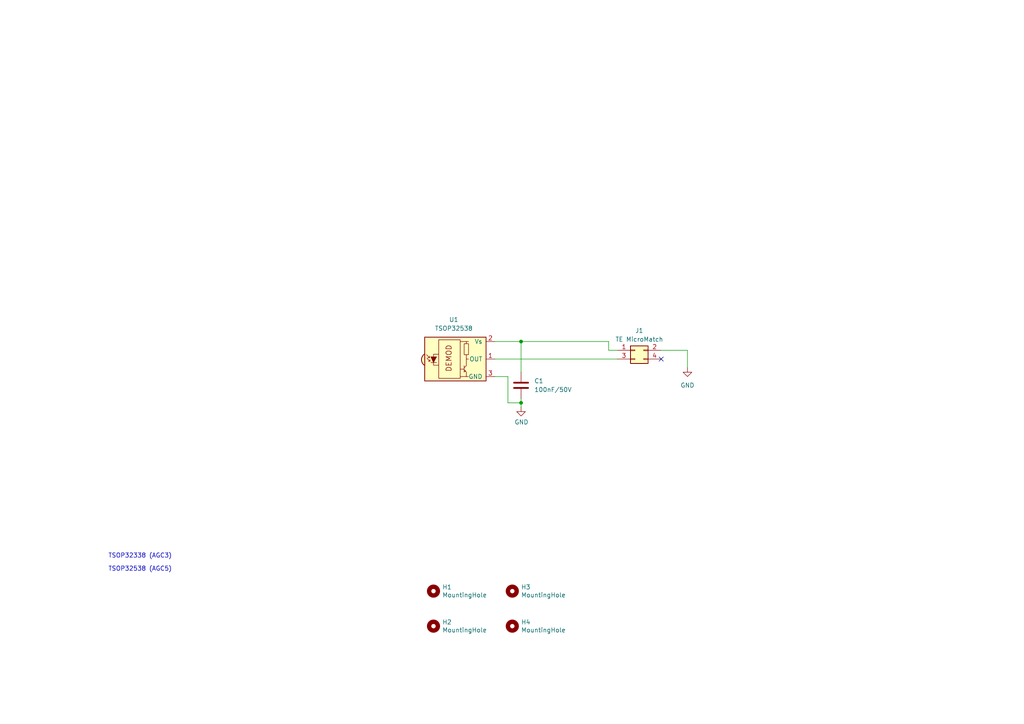
<source format=kicad_sch>
(kicad_sch (version 20231120) (generator "eeschema") (generator_version "8.0")
  (paper "A4")
  (title_block (title "IR Receiver Adapter") (date "2025-02-10") (rev "V1"))
  (lib_symbols
    (symbol "Connector_Generic:Conn_02x02_Odd_Even" (pin_names (offset 1.016) hide)
      (property "Reference" "J" (at 1.27 2.54 0))
      (property "Value" "Conn_02x02_Odd_Even" (at 1.27 -5.08 0))
      (symbol "Conn_02x02_Odd_Even_1_1"
        (rectangle (start -1.27 -2.413) (end 0 -2.667) (stroke (width 0.1524)))
        (rectangle (start -1.27 0.127) (end 0 -0.127) (stroke (width 0.1524)))
        (rectangle (start -1.27 1.27) (end 3.81 -3.81) (stroke (width 0.254)) (fill (type background)))
        (rectangle (start 3.81 -2.413) (end 2.54 -2.667) (stroke (width 0.1524)))
        (rectangle (start 3.81 0.127) (end 2.54 -0.127) (stroke (width 0.1524)))
        (pin passive line (at -5.08 0 0) (length 3.81) (name "Pin_1") (number "1"))
        (pin passive line (at 7.62 0 180) (length 3.81) (name "Pin_2") (number "2"))
        (pin passive line (at -5.08 -2.54 0) (length 3.81) (name "Pin_3") (number "3"))
        (pin passive line (at 7.62 -2.54 180) (length 3.81) (name "Pin_4") (number "4"))
      )
    )
    (symbol "Device:C" (pin_numbers hide) (pin_names (offset 0.254))
      (property "Reference" "C" (at 0.635 2.54 0))
      (property "Value" "C" (at 0.635 -2.54 0))
      (symbol "C_0_1"
        (polyline (pts (xy -2.032 -0.762) (xy 2.032 -0.762)) (stroke (width 0.508)))
        (polyline (pts (xy -2.032 0.762) (xy 2.032 0.762)) (stroke (width 0.508)))
      )
      (symbol "C_1_1"
        (pin passive line (at 0 3.81 270) (length 2.794) (name "~") (number "1"))
        (pin passive line (at 0 -3.81 90) (length 2.794) (name "~") (number "2"))
      )
    )
    (symbol "Interface_Optical:TSOP325xx" (pin_names (offset 1.016))
      (property "Reference" "U" (at -10.16 7.62 0))
      (property "Value" "TSOP325xx" (at -10.16 -7.62 0))
      (symbol "TSOP325xx_0_0"
        (arc (start -10.287 1.397) (mid -11.0899 -0.1852) (end -10.287 -1.778) (stroke (width 0.254)) (fill (type background)))
        (polyline (pts (xy 1.905 -5.08) (xy 0.127 -5.08)))
        (polyline (pts (xy 1.905 5.08) (xy 0.127 5.08)))
        (text "DEMOD" (at -3.175 0.254 900) (effects (font (size 1.524 1.524))))
      )
      (symbol "TSOP325xx_0_1"
        (rectangle (start -6.096 5.588) (end 0.127 -5.588))
        (polyline (pts (xy -8.763 0.381) (xy -9.652 1.27)))
        (polyline (pts (xy -8.763 0.381) (xy -9.271 0.381)))
        (polyline (pts (xy -8.763 0.381) (xy -8.763 0.889)))
        (polyline (pts (xy -8.636 -0.635) (xy -9.525 0.254)))
        (polyline (pts (xy -8.636 -0.635) (xy -9.144 -0.635)))
        (polyline (pts (xy -8.636 -0.635) (xy -8.636 -0.127)))
        (polyline (pts (xy -8.382 -1.016) (xy -6.731 -1.016)))
        (polyline (pts (xy 1.27 -2.921) (xy 0.127 -2.921)))
        (polyline (pts (xy 1.27 -1.905) (xy 1.27 -3.81)))
        (polyline (pts (xy 1.397 -3.556) (xy 1.524 -3.556)))
        (polyline (pts (xy 1.651 -3.556) (xy 1.524 -3.556)))
        (polyline (pts (xy 1.651 -3.556) (xy 1.651 -3.302)))
        (polyline (pts (xy 1.905 0) (xy 1.905 1.27)))
        (polyline (pts (xy 1.905 4.445) (xy 1.905 5.08) (xy 2.54 5.08)))
        (polyline (pts (xy -8.382 0.635) (xy -6.731 0.635) (xy -7.62 -1.016) (xy -8.382 0.635)) (fill (type outline)))
        (polyline (pts (xy -6.096 1.397) (xy -7.62 1.397) (xy -7.62 -1.778) (xy -6.096 -1.778)))
        (polyline (pts (xy 1.27 -3.175) (xy 1.905 -3.81) (xy 1.905 -5.08) (xy 2.54 -5.08)))
        (polyline (pts (xy 1.27 -2.54) (xy 1.905 -1.905) (xy 1.905 0) (xy 2.54 0)))
        (rectangle (start 2.54 1.27) (end 1.27 4.445))
        (rectangle (start 7.62 6.35) (end -10.16 -6.35) (stroke (width 0.254)) (fill (type background)))
      )
      (symbol "TSOP325xx_1_1"
        (pin output line (at 10.16 0 180) (length 2.54) (name "OUT") (number "1"))
        (pin power_in line (at 10.16 5.08 180) (length 2.54) (name "Vs") (number "2"))
        (pin power_in line (at 10.16 -5.08 180) (length 2.54) (name "GND") (number "3"))
      )
    )
    (symbol "Mechanical:MountingHole" (pin_names (offset 1.016)) (exclude_from_sim yes) (in_bom no)
      (property "Reference" "H" (at 0 5.08 0))
      (property "Value" "MountingHole" (at 0 3.175 0))
      (symbol "MountingHole_0_1"
        (circle (center 0 0) (radius 1.27) (stroke (width 1.27)))
      )
    )
    (symbol "power:GND" (power) (pin_names (offset 0))
      (property "Value" "GND" (at 0 -3.81 0))
      (symbol "GND_0_1"
        (polyline (pts (xy 0 0) (xy 0 -1.27) (xy 1.27 -1.27) (xy 0 -2.54) (xy -1.27 -1.27) (xy 0 -1.27)))
      )
      (symbol "GND_1_1"
        (pin power_in line (at 0 0 270) (length 0) hide (name "GND") (number "1"))
      )
    )
  )
  (junction (at 151.13 116.84))
  (junction (at 151.13 99.06))
  (no_connect (at 191.77 104.14))
  (wire (pts (xy 199.39 101.6) (xy 199.39 106.68)))
  (wire (pts (xy 147.32 116.84) (xy 151.13 116.84)))
  (wire (pts (xy 151.13 116.84) (xy 151.13 118.11)))
  (wire (pts (xy 143.51 104.14) (xy 179.07 104.14)))
  (wire (pts (xy 143.51 109.22) (xy 147.32 109.22)))
  (wire (pts (xy 176.53 99.06) (xy 151.13 99.06)))
  (wire (pts (xy 151.13 116.84) (xy 151.13 115.57)))
  (wire (pts (xy 151.13 107.95) (xy 151.13 99.06)))
  (wire (pts (xy 191.77 101.6) (xy 199.39 101.6)))
  (wire (pts (xy 179.07 101.6) (xy 176.53 101.6)))
  (wire (pts (xy 147.32 109.22) (xy 147.32 116.84)))
  (wire (pts (xy 151.13 99.06) (xy 143.51 99.06)))
  (wire (pts (xy 176.53 101.6) (xy 176.53 99.06)))
  (text "TSOP32338 (AGC3)" (at 40.64 161.29 0) (effects (font (size 1.27 1.27))))
  (text "TSOP32538 (AGC5)" (at 40.64 165.1 0) (effects (font (size 1.27 1.27))))
  (symbol (lib_id "Mechanical:MountingHole") (at 125.73 181.61 0) (unit 1)
    (property "Reference" "H2" (at 128.27 180.4416 0) (effects (justify left)))
    (property "Value" "MountingHole" (at 128.27 182.753 0) (effects (justify left)))
    (property "Footprint" "MountingHole:MountingHole_3.2mm_M3_Pad_Via" (effects (hide yes)))
    (property "Description" "Mounting Hole without connection" (effects (hide yes)))
  )
  (symbol (lib_id "Interface_Optical:TSOP325xx") (at 133.35 104.14 0) (unit 1)
    (property "Reference" "U1" (at 131.615 92.71 0))
    (property "Value" "TSOP32538" (at 131.615 95.25 0))
    (property "Footprint" "OptoDevice:Vishay_MOLD-3Pin" (effects (hide yes)))
    (property "Datasheet" "http://www.vishay.com/docs/82490/tsop321.pdf" (effects (hide yes)))
  )
  (symbol (lib_id "Connector_Generic:Conn_02x02_Odd_Even") (at 184.15 101.6 0) (unit 1)
    (property "Reference" "J1" (at 185.42 95.885 0))
    (property "Value" "TE MicroMatch" (at 185.42 98.425 0))
    (property "Footprint" "Connector_TE-Connectivity:TE_Micro-MaTch_215079-4_2x02_P1.27mm_Vertical" (effects (hide yes)))
    (property "Description" "Generic connector, double row, 02x02, odd/even pin numbering scheme (row 1 odd numbers, row 2 even numbers), script generated (kicad-library-utils/schlib/autogen/connector/)" (effects (hide yes)))
  )
  (symbol (lib_id "Mechanical:MountingHole") (at 125.73 171.45 0) (unit 1)
    (property "Reference" "H1" (at 128.27 170.2816 0) (effects (justify left)))
    (property "Value" "MountingHole" (at 128.27 172.593 0) (effects (justify left)))
    (property "Footprint" "MountingHole:MountingHole_3.2mm_M3_Pad_Via" (effects (hide yes)))
    (property "Description" "Mounting Hole without connection" (effects (hide yes)))
  )
  (symbol (lib_id "Mechanical:MountingHole") (at 148.59 171.45 0) (unit 1)
    (property "Reference" "H3" (at 151.13 170.2816 0) (effects (justify left)))
    (property "Value" "MountingHole" (at 151.13 172.593 0) (effects (justify left)))
    (property "Footprint" "MountingHole:MountingHole_3.2mm_M3_Pad_Via" (effects (hide yes)))
    (property "Description" "Mounting Hole without connection" (effects (hide yes)))
  )
  (symbol (lib_id "Device:C") (at 151.13 111.76 0) (unit 1)
    (property "Reference" "C1" (at 154.94 110.4899 0) (effects (justify left)))
    (property "Value" "100nF/50V" (at 154.94 113.0299 0) (effects (justify left)))
    (property "Footprint" "Capacitor_SMD:C_0805_2012Metric_Pad1.18x1.45mm_HandSolder" (effects (hide yes)))
  )
  (symbol (lib_id "power:GND") (at 199.39 106.68 0) (unit 1)
    (property "Reference" "#PWR02" (effects (hide yes)))
    (property "Value" "GND" (at 199.39 111.76 0))
  )
  (symbol (lib_id "Mechanical:MountingHole") (at 148.59 181.61 0) (unit 1)
    (property "Reference" "H4" (at 151.13 180.4416 0) (effects (justify left)))
    (property "Value" "MountingHole" (at 151.13 182.753 0) (effects (justify left)))
    (property "Footprint" "MountingHole:MountingHole_3.2mm_M3_Pad_Via" (effects (hide yes)))
    (property "Description" "Mounting Hole without connection" (effects (hide yes)))
  )
  (symbol (lib_id "power:GND") (at 151.13 118.11 0) (unit 1)
    (property "Reference" "#PWR01" (effects (hide yes)))
    (property "Value" "GND" (at 151.2443 122.4344 0))
  )
)
</source>
